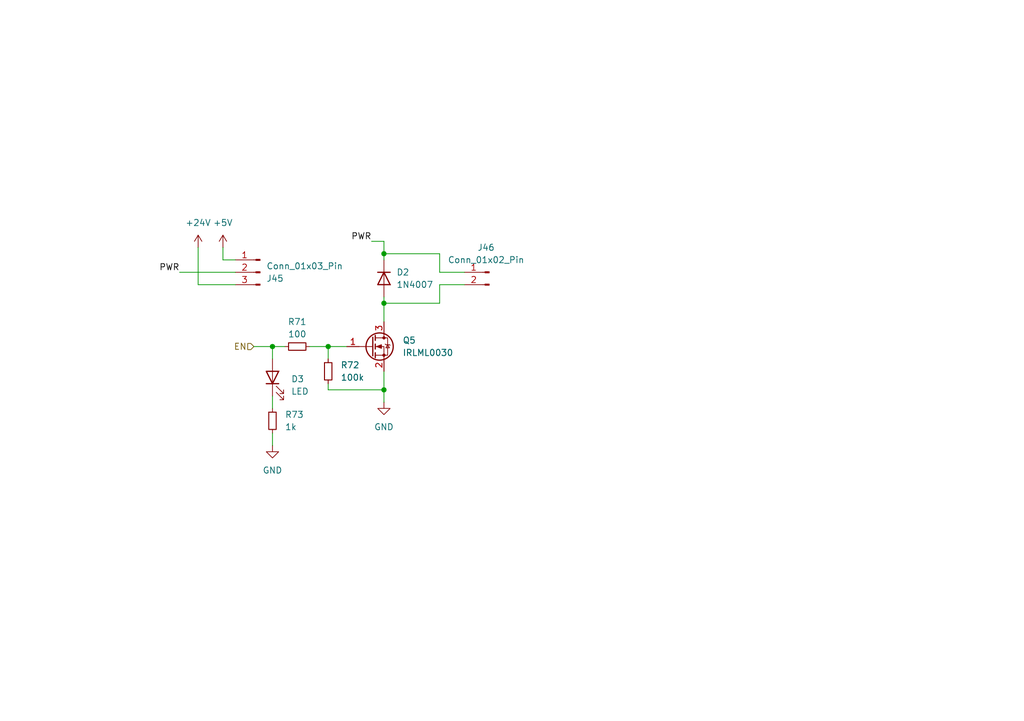
<source format=kicad_sch>
(kicad_sch (version 20231120) (generator "eeschema") (generator_version "8.0")
  (paper "A5")
  (lib_symbols
    (symbol "Connector:Conn_01x02_Pin" (pin_names (offset 1.016) hide)
      (property "Reference" "J" (at 0 2.54 0))
      (property "Value" "Conn_01x02_Pin" (at 0 -5.08 0))
      (symbol "Conn_01x02_Pin_1_1"
        (polyline (pts (xy 1.27 -2.54) (xy 0.8636 -2.54)) (stroke (width 0.1524)))
        (polyline (pts (xy 1.27 0) (xy 0.8636 0)) (stroke (width 0.1524)))
        (rectangle (start 0.8636 -2.413) (end 0 -2.667) (stroke (width 0.1524)) (fill (type outline)))
        (rectangle (start 0.8636 0.127) (end 0 -0.127) (stroke (width 0.1524)) (fill (type outline)))
        (pin passive line (at 5.08 0 180) (length 3.81) (name "Pin_1") (number "1"))
        (pin passive line (at 5.08 -2.54 180) (length 3.81) (name "Pin_2") (number "2"))
      )
    )
    (symbol "Connector:Conn_01x03_Pin" (pin_names (offset 1.016) hide)
      (property "Reference" "J" (at 0 5.08 0))
      (property "Value" "Conn_01x03_Pin" (at 0 -5.08 0))
      (symbol "Conn_01x03_Pin_1_1"
        (polyline (pts (xy 1.27 -2.54) (xy 0.8636 -2.54)) (stroke (width 0.1524)))
        (polyline (pts (xy 1.27 0) (xy 0.8636 0)) (stroke (width 0.1524)))
        (polyline (pts (xy 1.27 2.54) (xy 0.8636 2.54)) (stroke (width 0.1524)))
        (rectangle (start 0.8636 -2.413) (end 0 -2.667) (stroke (width 0.1524)) (fill (type outline)))
        (rectangle (start 0.8636 0.127) (end 0 -0.127) (stroke (width 0.1524)) (fill (type outline)))
        (rectangle (start 0.8636 2.667) (end 0 2.413) (stroke (width 0.1524)) (fill (type outline)))
        (pin passive line (at 5.08 2.54 180) (length 3.81) (name "Pin_1") (number "1"))
        (pin passive line (at 5.08 0 180) (length 3.81) (name "Pin_2") (number "2"))
        (pin passive line (at 5.08 -2.54 180) (length 3.81) (name "Pin_3") (number "3"))
      )
    )
    (symbol "Device:LED" (pin_numbers hide) (pin_names (offset 1.016) hide)
      (property "Reference" "D" (at 0 2.54 0))
      (property "Value" "LED" (at 0 -2.54 0))
      (symbol "LED_0_1"
        (polyline (pts (xy -1.27 -1.27) (xy -1.27 1.27)) (stroke (width 0.254)))
        (polyline (pts (xy -1.27 0) (xy 1.27 0)))
        (polyline (pts (xy 1.27 -1.27) (xy 1.27 1.27) (xy -1.27 0) (xy 1.27 -1.27)) (stroke (width 0.254)))
        (polyline (pts (xy -3.048 -0.762) (xy -4.572 -2.286) (xy -3.81 -2.286) (xy -4.572 -2.286) (xy -4.572 -1.524)))
        (polyline (pts (xy -1.778 -0.762) (xy -3.302 -2.286) (xy -2.54 -2.286) (xy -3.302 -2.286) (xy -3.302 -1.524)))
      )
      (symbol "LED_1_1"
        (pin passive line (at -3.81 0 0) (length 2.54) (name "K") (number "1"))
        (pin passive line (at 3.81 0 180) (length 2.54) (name "A") (number "2"))
      )
    )
    (symbol "Device:R_Small" (pin_numbers hide) (pin_names (offset 0.254) hide)
      (property "Reference" "R" (at 0.762 0.508 0))
      (property "Value" "R_Small" (at 0.762 -1.016 0))
      (symbol "R_Small_0_1"
        (rectangle (start -0.762 1.778) (end 0.762 -1.778) (stroke (width 0.2032)))
      )
      (symbol "R_Small_1_1"
        (pin passive line (at 0 2.54 270) (length 0.762) (name "~") (number "1"))
        (pin passive line (at 0 -2.54 90) (length 0.762) (name "~") (number "2"))
      )
    )
    (symbol "Diode:1N4007" (pin_numbers hide) (pin_names hide)
      (property "Reference" "D" (at 0 2.54 0))
      (property "Value" "1N4007" (at 0 -2.54 0))
      (symbol "1N4007_0_1"
        (polyline (pts (xy -1.27 1.27) (xy -1.27 -1.27)) (stroke (width 0.254)))
        (polyline (pts (xy 1.27 0) (xy -1.27 0)))
        (polyline (pts (xy 1.27 1.27) (xy 1.27 -1.27) (xy -1.27 0) (xy 1.27 1.27)) (stroke (width 0.254)))
      )
      (symbol "1N4007_1_1"
        (pin passive line (at -3.81 0 0) (length 2.54) (name "K") (number "1"))
        (pin passive line (at 3.81 0 180) (length 2.54) (name "A") (number "2"))
      )
    )
    (symbol "Transistor_FET:IRLML0030" (pin_names hide)
      (property "Reference" "Q" (at 5.08 1.905 0))
      (property "Value" "IRLML0030" (at 5.08 0 0))
      (symbol "IRLML0030_0_1"
        (polyline (pts (xy 0.254 0) (xy -2.54 0)))
        (polyline (pts (xy 0.254 1.905) (xy 0.254 -1.905)) (stroke (width 0.254)))
        (polyline (pts (xy 0.762 -1.27) (xy 0.762 -2.286)) (stroke (width 0.254)))
        (polyline (pts (xy 0.762 0.508) (xy 0.762 -0.508)) (stroke (width 0.254)))
        (polyline (pts (xy 0.762 2.286) (xy 0.762 1.27)) (stroke (width 0.254)))
        (polyline (pts (xy 2.54 2.54) (xy 2.54 1.778)))
        (polyline (pts (xy 2.54 -2.54) (xy 2.54 0) (xy 0.762 0)))
        (polyline (pts (xy 0.762 -1.778) (xy 3.302 -1.778) (xy 3.302 1.778) (xy 0.762 1.778)))
        (polyline (pts (xy 1.016 0) (xy 2.032 0.381) (xy 2.032 -0.381) (xy 1.016 0)) (fill (type outline)))
        (polyline (pts (xy 2.794 0.508) (xy 2.921 0.381) (xy 3.683 0.381) (xy 3.81 0.254)))
        (polyline (pts (xy 3.302 0.381) (xy 2.921 -0.254) (xy 3.683 -0.254) (xy 3.302 0.381)))
        (circle (center 1.651 0) (radius 2.794) (stroke (width 0.254)))
        (circle (center 2.54 -1.778) (radius 0.254) (fill (type outline)))
        (circle (center 2.54 1.778) (radius 0.254) (fill (type outline)))
      )
      (symbol "IRLML0030_1_1"
        (pin input line (at -5.08 0 0) (length 2.54) (name "G") (number "1"))
        (pin passive line (at 2.54 -5.08 90) (length 2.54) (name "S") (number "2"))
        (pin passive line (at 2.54 5.08 270) (length 2.54) (name "D") (number "3"))
      )
    )
    (symbol "power:+24V" (power) (pin_numbers hide) (pin_names (offset 0) hide)
      (property "Value" "+24V" (at 0 3.556 0))
      (symbol "+24V_0_1"
        (polyline (pts (xy -0.762 1.27) (xy 0 2.54)))
        (polyline (pts (xy 0 0) (xy 0 2.54)))
        (polyline (pts (xy 0 2.54) (xy 0.762 1.27)))
      )
      (symbol "+24V_1_1"
        (pin power_in line (at 0 0 90) (length 0) (name "~") (number "1"))
      )
    )
    (symbol "power:+5V" (power) (pin_numbers hide) (pin_names (offset 0) hide)
      (property "Value" "+5V" (at 0 3.556 0))
      (symbol "+5V_0_1"
        (polyline (pts (xy -0.762 1.27) (xy 0 2.54)))
        (polyline (pts (xy 0 0) (xy 0 2.54)))
        (polyline (pts (xy 0 2.54) (xy 0.762 1.27)))
      )
      (symbol "+5V_1_1"
        (pin power_in line (at 0 0 90) (length 0) (name "~") (number "1"))
      )
    )
    (symbol "power:GND" (power) (pin_numbers hide) (pin_names (offset 0) hide)
      (property "Value" "GND" (at 0 -3.81 0))
      (symbol "GND_0_1"
        (polyline (pts (xy 0 0) (xy 0 -1.27) (xy 1.27 -1.27) (xy 0 -2.54) (xy -1.27 -1.27) (xy 0 -1.27)))
      )
      (symbol "GND_1_1"
        (pin power_in line (at 0 0 270) (length 0) (name "~") (number "1"))
      )
    )
  )
  (junction (at 78.74 80.01))
  (junction (at 78.74 52.07))
  (junction (at 78.74 62.23))
  (junction (at 55.88 71.12))
  (junction (at 67.31 71.12))
  (wire (pts (xy 55.88 71.12) (xy 58.42 71.12)))
  (wire (pts (xy 67.31 80.01) (xy 78.74 80.01)))
  (wire (pts (xy 55.88 71.12) (xy 55.88 73.66)))
  (wire (pts (xy 67.31 71.12) (xy 67.31 73.66)))
  (wire (pts (xy 90.17 55.88) (xy 90.17 52.07)))
  (wire (pts (xy 78.74 60.96) (xy 78.74 62.23)))
  (wire (pts (xy 90.17 58.42) (xy 95.25 58.42)))
  (wire (pts (xy 45.72 50.8) (xy 45.72 53.34)))
  (wire (pts (xy 55.88 81.28) (xy 55.88 83.82)))
  (wire (pts (xy 78.74 62.23) (xy 78.74 66.04)))
  (wire (pts (xy 52.07 71.12) (xy 55.88 71.12)))
  (wire (pts (xy 40.64 50.8) (xy 40.64 58.42)))
  (wire (pts (xy 78.74 49.53) (xy 78.74 52.07)))
  (wire (pts (xy 63.5 71.12) (xy 67.31 71.12)))
  (wire (pts (xy 78.74 80.01) (xy 78.74 82.55)))
  (wire (pts (xy 67.31 71.12) (xy 71.12 71.12)))
  (wire (pts (xy 78.74 76.2) (xy 78.74 80.01)))
  (wire (pts (xy 76.2 49.53) (xy 78.74 49.53)))
  (wire (pts (xy 55.88 88.9) (xy 55.88 91.44)))
  (wire (pts (xy 78.74 52.07) (xy 78.74 53.34)))
  (wire (pts (xy 36.83 55.88) (xy 48.26 55.88)))
  (wire (pts (xy 90.17 52.07) (xy 78.74 52.07)))
  (wire (pts (xy 45.72 53.34) (xy 48.26 53.34)))
  (wire (pts (xy 95.25 55.88) (xy 90.17 55.88)))
  (wire (pts (xy 40.64 58.42) (xy 48.26 58.42)))
  (wire (pts (xy 78.74 62.23) (xy 90.17 62.23)))
  (wire (pts (xy 67.31 78.74) (xy 67.31 80.01)))
  (wire (pts (xy 90.17 62.23) (xy 90.17 58.42)))
  (label "PWR" (at 36.83 55.88 180))
  (label "PWR" (at 76.2 49.53 180))
  (hierarchical_label "EN" (shape input) (at 52.07 71.12 180))
  (symbol (lib_id "power:GND") (at 78.74 82.55 0) (unit 1)
    (property "Reference" "#PWR0209" (effects (hide yes)))
    (property "Value" "GND" (at 78.74 87.63 0))
    (property "Description" "Power symbol creates a global label with name \"GND\" , ground" (effects (hide yes)))
  )
  (symbol (lib_id "Device:R_Small") (at 55.88 86.36 180) (unit 1)
    (property "Reference" "R73" (at 58.42 85.09 0) (effects (justify right)))
    (property "Value" "1k" (at 58.42 87.63 0) (effects (justify right)))
    (property "Footprint" "Resistor_SMD:R_0603_1608Metric" (effects (hide yes)))
    (property "Description" "Resistor, small symbol" (effects (hide yes)))
  )
  (symbol (lib_id "Device:LED") (at 55.88 77.47 90) (unit 1)
    (property "Reference" "D3" (at 59.69 77.7875 90) (effects (justify right)))
    (property "Value" "LED" (at 59.69 80.3275 90) (effects (justify right)))
    (property "Footprint" "LED_SMD:LED_0603_1608Metric" (effects (hide yes)))
    (property "Description" "Light emitting diode" (effects (hide yes)))
  )
  (symbol (lib_id "Device:R_Small") (at 60.96 71.12 90) (unit 1)
    (property "Reference" "R71" (at 60.96 66.04 90))
    (property "Value" "100" (at 60.96 68.58 90))
    (property "Footprint" "Resistor_SMD:R_0603_1608Metric" (effects (hide yes)))
    (property "Description" "Resistor, small symbol" (effects (hide yes)))
  )
  (symbol (lib_id "Connector:Conn_01x02_Pin") (at 100.33 55.88 0) (mirror y) (unit 1)
    (property "Reference" "J46" (at 99.695 50.8 0))
    (property "Value" "Conn_01x02_Pin" (at 99.695 53.34 0))
    (property "Footprint" "Connector_JST:JST_XH_B2B-XH-A_1x02_P2.50mm_Vertical" (effects (hide yes)))
    (property "Description" "Generic connector, single row, 01x02, script generated" (effects (hide yes)))
  )
  (symbol (lib_id "Connector:Conn_01x03_Pin") (at 53.34 55.88 0) (mirror y) (unit 1)
    (property "Reference" "J45" (at 54.61 57.15 0) (effects (justify right)))
    (property "Value" "Conn_01x03_Pin" (at 54.61 54.61 0) (effects (justify right)))
    (property "Footprint" "Connector_PinHeader_2.54mm:PinHeader_1x03_P2.54mm_Vertical" (effects (hide yes)))
    (property "Description" "Generic connector, single row, 01x03, script generated" (effects (hide yes)))
  )
  (symbol (lib_id "power:GND") (at 55.88 91.44 0) (unit 1)
    (property "Reference" "#PWR0210" (effects (hide yes)))
    (property "Value" "GND" (at 55.88 96.52 0))
    (property "Description" "Power symbol creates a global label with name \"GND\" , ground" (effects (hide yes)))
  )
  (symbol (lib_id "Transistor_FET:IRLML0030") (at 76.2 71.12 0) (unit 1)
    (property "Reference" "Q5" (at 82.55 69.85 0) (effects (justify left)))
    (property "Value" "IRLML0030" (at 82.55 72.39 0) (effects (justify left)))
    (property "Footprint" "Package_TO_SOT_SMD:SOT-23" (effects (hide yes)))
    (property "Datasheet" "https://www.infineon.com/dgdl/irlml0030pbf.pdf?fileId=5546d462533600a401535664773825df" (effects (hide yes)))
    (property "Description" "5.3A Id, 30V Vds, 27mOhm Rds, N-Channel HEXFET Power MOSFET, SOT-23" (effects (hide yes)))
  )
  (symbol (lib_id "power:+5V") (at 45.72 50.8 0) (unit 1)
    (property "Reference" "#PWR0208" (effects (hide yes)))
    (property "Value" "+5V" (at 45.72 45.72 0))
    (property "Description" "Power symbol creates a global label with name \"+5V\"" (effects (hide yes)))
  )
  (symbol (lib_id "Diode:1N4007") (at 78.74 57.15 270) (unit 1)
    (property "Reference" "D2" (at 81.28 55.88 90) (effects (justify left)))
    (property "Value" "1N4007" (at 81.28 58.42 90) (effects (justify left)))
    (property "Footprint" "Diode_SMD:D_SOD-123" (effects (hide yes)))
    (property "Datasheet" "http://www.vishay.com/docs/88503/1n4001.pdf" (effects (hide yes)))
    (property "Description" "1000V 1A General Purpose Rectifier Diode, DO-41" (effects (hide yes)))
    (property "Sim.Device" "D" (effects (hide yes)))
    (property "Sim.Pins" "1=K 2=A" (effects (hide yes)))
  )
  (symbol (lib_id "Device:R_Small") (at 67.31 76.2 0) (unit 1)
    (property "Reference" "R72" (at 69.85 74.93 0) (effects (justify left)))
    (property "Value" "100k" (at 69.85 77.47 0) (effects (justify left)))
    (property "Footprint" "Resistor_SMD:R_0603_1608Metric" (effects (hide yes)))
    (property "Description" "Resistor, small symbol" (effects (hide yes)))
  )
  (symbol (lib_id "power:+24V") (at 40.64 50.8 0) (unit 1)
    (property "Reference" "#PWR0207" (effects (hide yes)))
    (property "Value" "+24V" (at 40.64 45.72 0))
    (property "Description" "Power symbol creates a global label with name \"+24V\"" (effects (hide yes)))
  )
)
</source>
